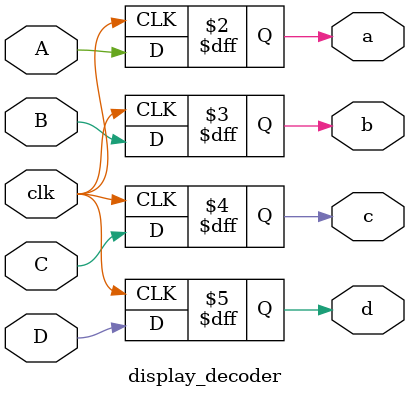
<source format=v>
module display_decoder(
    input wire clk,
   input wire A,
 input wire B,
input wire C,
input wire D,
    output reg a,
    output reg b,
    output reg c,
    output reg d,
);
always @(posedge clk) begin

   
a=A;
b=B;
c=C;
d=D;
  
  
       
 end

endmodule
</source>
